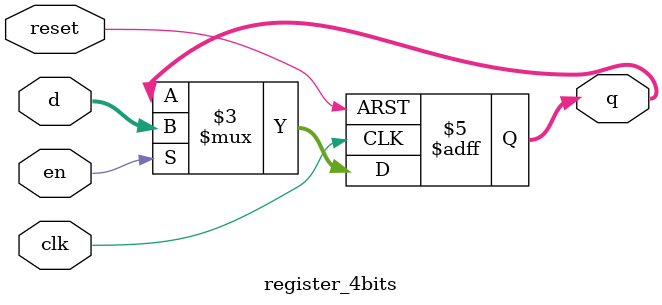
<source format=v>
module register_4bits (
    input clk,        // Sinal de clock
    input reset,      // Sinal de reset (ativo em nível alto)
    input en,
    input [3:0] d,    // Entrada de 4 bits
    output reg [3:0] q // Saída de 4 bits
);
    // Sempre que houver uma borda de subida no clock ou no reset
    always @(posedge clk or posedge reset) begin
        if (reset) begin
            q <= 4'b0000; // Se reset estiver ativo, o registrador é limpo
        end else if(en==1'b1) begin
            q <= d;      // Caso contrário, o registrador armazena o valor de d
        end
    end
endmodule

</source>
